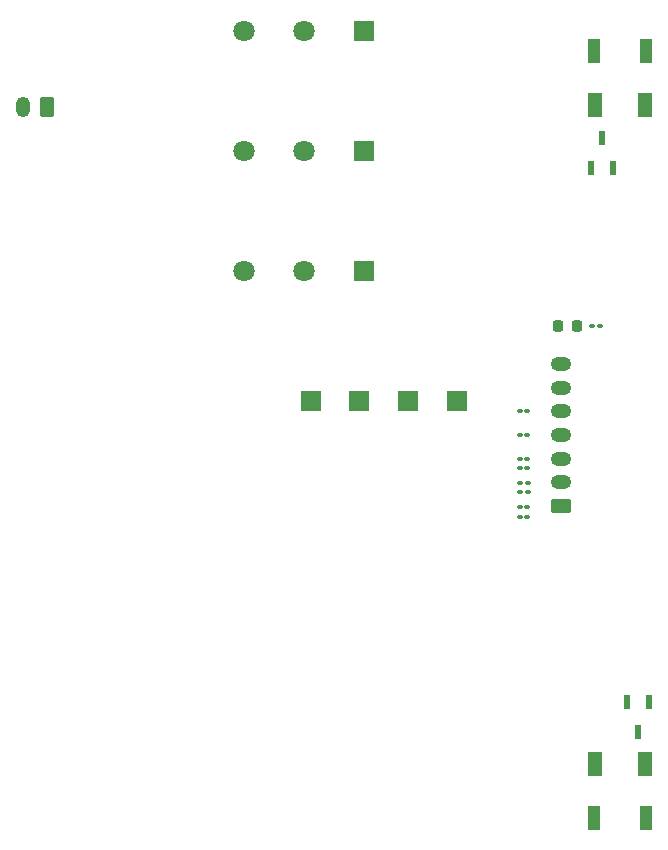
<source format=gbr>
%TF.GenerationSoftware,KiCad,Pcbnew,(6.0.7)*%
%TF.CreationDate,2023-03-06T01:25:52-05:00*%
%TF.ProjectId,CoreIO,436f7265-494f-42e6-9b69-6361645f7063,rev?*%
%TF.SameCoordinates,Original*%
%TF.FileFunction,Soldermask,Top*%
%TF.FilePolarity,Negative*%
%FSLAX46Y46*%
G04 Gerber Fmt 4.6, Leading zero omitted, Abs format (unit mm)*
G04 Created by KiCad (PCBNEW (6.0.7)) date 2023-03-06 01:25:52*
%MOMM*%
%LPD*%
G01*
G04 APERTURE LIST*
G04 Aperture macros list*
%AMRoundRect*
0 Rectangle with rounded corners*
0 $1 Rounding radius*
0 $2 $3 $4 $5 $6 $7 $8 $9 X,Y pos of 4 corners*
0 Add a 4 corners polygon primitive as box body*
4,1,4,$2,$3,$4,$5,$6,$7,$8,$9,$2,$3,0*
0 Add four circle primitives for the rounded corners*
1,1,$1+$1,$2,$3*
1,1,$1+$1,$4,$5*
1,1,$1+$1,$6,$7*
1,1,$1+$1,$8,$9*
0 Add four rect primitives between the rounded corners*
20,1,$1+$1,$2,$3,$4,$5,0*
20,1,$1+$1,$4,$5,$6,$7,0*
20,1,$1+$1,$6,$7,$8,$9,0*
20,1,$1+$1,$8,$9,$2,$3,0*%
G04 Aperture macros list end*
%ADD10RoundRect,0.088500X0.206500X-0.516500X0.206500X0.516500X-0.206500X0.516500X-0.206500X-0.516500X0*%
%ADD11RoundRect,0.100000X0.130000X0.100000X-0.130000X0.100000X-0.130000X-0.100000X0.130000X-0.100000X0*%
%ADD12O,1.200000X1.750000*%
%ADD13RoundRect,0.250000X0.350000X0.625000X-0.350000X0.625000X-0.350000X-0.625000X0.350000X-0.625000X0*%
%ADD14RoundRect,0.218750X0.218750X0.256250X-0.218750X0.256250X-0.218750X-0.256250X0.218750X-0.256250X0*%
%ADD15C,1.800000*%
%ADD16R,1.800000X1.800000*%
%ADD17RoundRect,0.100000X-0.130000X-0.100000X0.130000X-0.100000X0.130000X0.100000X-0.130000X0.100000X0*%
%ADD18R,1.000000X2.000000*%
%ADD19R,1.300000X2.100000*%
%ADD20RoundRect,0.250000X0.625000X-0.350000X0.625000X0.350000X-0.625000X0.350000X-0.625000X-0.350000X0*%
%ADD21O,1.750000X1.200000*%
%ADD22RoundRect,0.088500X-0.206500X0.516500X-0.206500X-0.516500X0.206500X-0.516500X0.206500X0.516500X0*%
%ADD23R,1.800000X1.700000*%
G04 APERTURE END LIST*
D10*
%TO.C,Q2*%
X170246000Y-72375000D03*
X171196000Y-69865000D03*
X172146000Y-72375000D03*
%TD*%
D11*
%TO.C,R8*%
X164272000Y-99822000D03*
X164912000Y-99822000D03*
%TD*%
D12*
%TO.C,J2*%
X122190000Y-67220000D03*
D13*
X124190000Y-67220000D03*
%TD*%
D14*
%TO.C,D1*%
X169076105Y-85725000D03*
X167501105Y-85725000D03*
%TD*%
D15*
%TO.C,S1*%
X140863176Y-81059176D03*
X145943176Y-81059176D03*
D16*
X151023176Y-81059176D03*
%TD*%
D11*
%TO.C,R6*%
X164892569Y-92954798D03*
X164252569Y-92954798D03*
%TD*%
D17*
%TO.C,R10*%
X164256516Y-101901830D03*
X164896516Y-101901830D03*
%TD*%
D18*
%TO.C,J3*%
X174920000Y-62470000D03*
X170520000Y-62470000D03*
D19*
X174820000Y-67070000D03*
X170620000Y-67070000D03*
%TD*%
D20*
%TO.C,J1*%
X167780605Y-100981317D03*
D21*
X167780605Y-98981317D03*
X167780605Y-96981317D03*
X167780605Y-94981317D03*
X167780605Y-92981317D03*
X167780605Y-90981317D03*
X167780605Y-88981317D03*
%TD*%
D16*
%TO.C,S2*%
X151023058Y-70888941D03*
D15*
X145943058Y-70888941D03*
X140863058Y-70888941D03*
%TD*%
D18*
%TO.C,J4*%
X174920000Y-127395000D03*
X170520000Y-127395000D03*
D19*
X170620000Y-122795000D03*
X174820000Y-122795000D03*
%TD*%
D11*
%TO.C,R11*%
X164252569Y-101082798D03*
X164892569Y-101082798D03*
%TD*%
%TO.C,R1*%
X171008000Y-85741317D03*
X170368000Y-85741317D03*
%TD*%
%TO.C,R2*%
X164248569Y-97801918D03*
X164888569Y-97801918D03*
%TD*%
D22*
%TO.C,Q1*%
X175194000Y-117617000D03*
X173294000Y-117617000D03*
X174244000Y-120127000D03*
%TD*%
D17*
%TO.C,R5*%
X164252569Y-97018798D03*
X164892569Y-97018798D03*
%TD*%
D11*
%TO.C,R9*%
X164892569Y-94986798D03*
X164252569Y-94986798D03*
%TD*%
D16*
%TO.C,S3*%
X151059176Y-60762470D03*
D15*
X145979176Y-60762470D03*
X140899176Y-60762470D03*
%TD*%
D23*
%TO.C,D2*%
X150640000Y-92075000D03*
X146540000Y-92075000D03*
%TD*%
D17*
%TO.C,R7*%
X164272928Y-99011164D03*
X164912928Y-99011164D03*
%TD*%
D23*
%TO.C,D3*%
X158895000Y-92075000D03*
X154795000Y-92075000D03*
%TD*%
M02*

</source>
